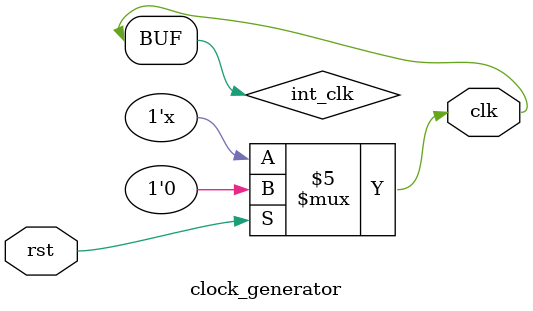
<source format=v>
module clock_generator (rst,clk);
  input rst;
  output reg clk;
  reg int_clk;
  assign clk=int_clk;
  task cg();
    begin 
      if (rst)
        int_clk=0;
      else 
        int_clk=~int_clk;
      #2;
    end
    endtask
  always
    begin
    cg();
    end
endmodule 
</source>
